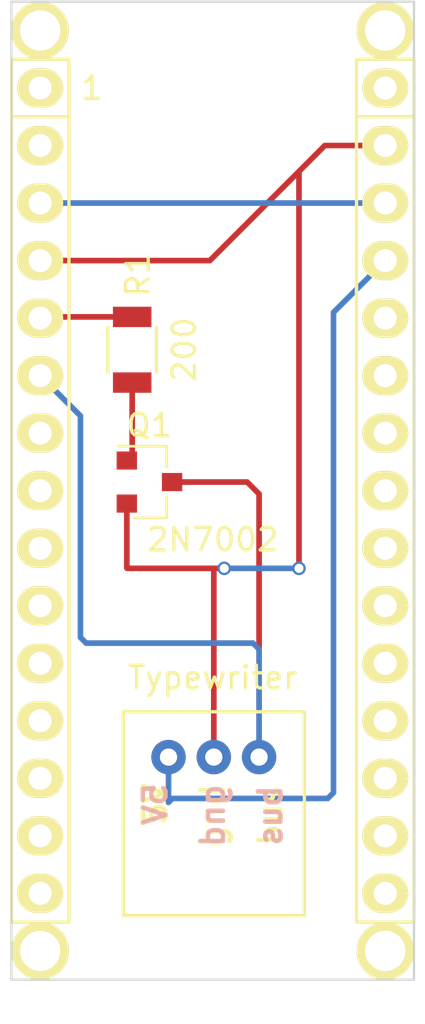
<source format=kicad_pcb>
(kicad_pcb (version 4) (host pcbnew 4.0.5)

  (general
    (links 9)
    (no_connects 0)
    (area 138.125999 67.386999 156.006001 110.667001)
    (thickness 1.6)
    (drawings 26)
    (tracks 35)
    (zones 0)
    (modules 9)
    (nets 34)
  )

  (page A4)
  (title_block
    (date "jeu. 02 avril 2015")
  )

  (layers
    (0 F.Cu signal)
    (31 B.Cu signal)
    (32 B.Adhes user)
    (33 F.Adhes user)
    (34 B.Paste user)
    (35 F.Paste user)
    (36 B.SilkS user)
    (37 F.SilkS user)
    (38 B.Mask user)
    (39 F.Mask user)
    (40 Dwgs.User user)
    (41 Cmts.User user)
    (42 Eco1.User user)
    (43 Eco2.User user)
    (44 Edge.Cuts user)
    (45 Margin user)
    (46 B.CrtYd user)
    (47 F.CrtYd user)
    (48 B.Fab user)
    (49 F.Fab user)
  )

  (setup
    (last_trace_width 0.25)
    (trace_clearance 0.2)
    (zone_clearance 0.508)
    (zone_45_only no)
    (trace_min 0.2)
    (segment_width 0.15)
    (edge_width 0.1)
    (via_size 0.6)
    (via_drill 0.4)
    (via_min_size 0.4)
    (via_min_drill 0.3)
    (uvia_size 0.3)
    (uvia_drill 0.1)
    (uvias_allowed no)
    (uvia_min_size 0.2)
    (uvia_min_drill 0.1)
    (pcb_text_width 0.3)
    (pcb_text_size 1.5 1.5)
    (mod_edge_width 0.15)
    (mod_text_size 1 1)
    (mod_text_width 0.15)
    (pad_size 1.5 1.5)
    (pad_drill 0.6)
    (pad_to_mask_clearance 0)
    (aux_axis_origin 138.176 110.617)
    (visible_elements FFFFFF7F)
    (pcbplotparams
      (layerselection 0x00030_80000001)
      (usegerberextensions false)
      (excludeedgelayer true)
      (linewidth 0.100000)
      (plotframeref false)
      (viasonmask false)
      (mode 1)
      (useauxorigin false)
      (hpglpennumber 1)
      (hpglpenspeed 20)
      (hpglpendiameter 15)
      (hpglpenoverlay 2)
      (psnegative false)
      (psa4output false)
      (plotreference true)
      (plotvalue true)
      (plotinvisibletext false)
      (padsonsilk false)
      (subtractmaskfromsilk false)
      (outputformat 1)
      (mirror false)
      (drillshape 1)
      (scaleselection 1)
      (outputdirectory ""))
  )

  (net 0 "")
  (net 1 "/1(Tx)")
  (net 2 "/0(Rx)")
  (net 3 /Reset)
  (net 4 GND)
  (net 5 /2)
  (net 6 "/3(**)")
  (net 7 /4)
  (net 8 "/5(**)")
  (net 9 "/6(**)")
  (net 10 /7)
  (net 11 /8)
  (net 12 "/9(**)")
  (net 13 "/10(**/SS)")
  (net 14 "/11(**/MISO)")
  (net 15 "/12(MOSI)")
  (net 16 /Vin)
  (net 17 +5V)
  (net 18 /A7)
  (net 19 /A6)
  (net 20 /A5)
  (net 21 /A4)
  (net 22 /A3)
  (net 23 /A2)
  (net 24 /A1)
  (net 25 /A0)
  (net 26 /AREF)
  (net 27 "/13(SCK)")
  (net 28 "Net-(P3-Pad1)")
  (net 29 "Net-(P4-Pad1)")
  (net 30 "Net-(P5-Pad1)")
  (net 31 "Net-(P6-Pad1)")
  (net 32 +3V3)
  (net 33 "Net-(Q1-Pad1)")

  (net_class Default "This is the default net class."
    (clearance 0.2)
    (trace_width 0.25)
    (via_dia 0.6)
    (via_drill 0.4)
    (uvia_dia 0.3)
    (uvia_drill 0.1)
    (add_net +3V3)
    (add_net +5V)
    (add_net "/0(Rx)")
    (add_net "/1(Tx)")
    (add_net "/10(**/SS)")
    (add_net "/11(**/MISO)")
    (add_net "/12(MOSI)")
    (add_net "/13(SCK)")
    (add_net /2)
    (add_net "/3(**)")
    (add_net /4)
    (add_net "/5(**)")
    (add_net "/6(**)")
    (add_net /7)
    (add_net /8)
    (add_net "/9(**)")
    (add_net /A0)
    (add_net /A1)
    (add_net /A2)
    (add_net /A3)
    (add_net /A4)
    (add_net /A5)
    (add_net /A6)
    (add_net /A7)
    (add_net /AREF)
    (add_net /Reset)
    (add_net /Vin)
    (add_net GND)
    (add_net "Net-(P3-Pad1)")
    (add_net "Net-(P4-Pad1)")
    (add_net "Net-(P5-Pad1)")
    (add_net "Net-(P6-Pad1)")
    (add_net "Net-(Q1-Pad1)")
  )

  (module Socket_Arduino_Nano:Socket_Strip_Arduino_1x15 locked (layer F.Cu) (tedit 587C78EF) (tstamp 551FC9D0)
    (at 139.446 71.247 270)
    (descr "Through hole socket strip")
    (tags "socket strip")
    (path /56D73FAC)
    (fp_text reference P1 (at 16.383 -2.54 270) (layer F.SilkS) hide
      (effects (font (size 1 1) (thickness 0.15)))
    )
    (fp_text value Digital (at 20.193 -2.54 270) (layer F.Fab)
      (effects (font (size 1 1) (thickness 0.15)))
    )
    (fp_line (start 1.27 -1.27) (end -1.27 -1.27) (layer F.SilkS) (width 0.15))
    (fp_line (start -1.27 -1.27) (end -1.27 1.27) (layer F.SilkS) (width 0.15))
    (fp_line (start -1.27 1.27) (end 1.27 1.27) (layer F.SilkS) (width 0.15))
    (fp_line (start -1.75 -1.75) (end -1.75 1.75) (layer F.CrtYd) (width 0.05))
    (fp_line (start 37.35 -1.75) (end 37.35 1.75) (layer F.CrtYd) (width 0.05))
    (fp_line (start -1.75 -1.75) (end 37.35 -1.75) (layer F.CrtYd) (width 0.05))
    (fp_line (start -1.75 1.75) (end 37.35 1.75) (layer F.CrtYd) (width 0.05))
    (fp_line (start 1.27 -1.27) (end 36.83 -1.27) (layer F.SilkS) (width 0.15))
    (fp_line (start 36.83 -1.27) (end 36.83 1.27) (layer F.SilkS) (width 0.15))
    (fp_line (start 36.83 1.27) (end 1.27 1.27) (layer F.SilkS) (width 0.15))
    (fp_line (start 1.27 1.27) (end 1.27 -1.27) (layer F.SilkS) (width 0.15))
    (pad 1 thru_hole oval (at 0 0 270) (size 1.7272 2.032) (drill 1.016) (layers *.Cu *.Mask F.SilkS)
      (net 1 "/1(Tx)"))
    (pad 2 thru_hole oval (at 2.54 0 270) (size 1.7272 2.032) (drill 1.016) (layers *.Cu *.Mask F.SilkS)
      (net 2 "/0(Rx)"))
    (pad 3 thru_hole oval (at 5.08 0 270) (size 1.7272 2.032) (drill 1.016) (layers *.Cu *.Mask F.SilkS)
      (net 3 /Reset))
    (pad 4 thru_hole oval (at 7.62 0 270) (size 1.7272 2.032) (drill 1.016) (layers *.Cu *.Mask F.SilkS)
      (net 4 GND))
    (pad 5 thru_hole oval (at 10.16 0 270) (size 1.7272 2.032) (drill 1.016) (layers *.Cu *.Mask F.SilkS)
      (net 5 /2))
    (pad 6 thru_hole oval (at 12.7 0 270) (size 1.7272 2.032) (drill 1.016) (layers *.Cu *.Mask F.SilkS)
      (net 6 "/3(**)"))
    (pad 7 thru_hole oval (at 15.24 0 270) (size 1.7272 2.032) (drill 1.016) (layers *.Cu *.Mask F.SilkS)
      (net 7 /4))
    (pad 8 thru_hole oval (at 17.78 0 270) (size 1.7272 2.032) (drill 1.016) (layers *.Cu *.Mask F.SilkS)
      (net 8 "/5(**)"))
    (pad 9 thru_hole oval (at 20.32 0 270) (size 1.7272 2.032) (drill 1.016) (layers *.Cu *.Mask F.SilkS)
      (net 9 "/6(**)"))
    (pad 10 thru_hole oval (at 22.86 0 270) (size 1.7272 2.032) (drill 1.016) (layers *.Cu *.Mask F.SilkS)
      (net 10 /7))
    (pad 11 thru_hole oval (at 25.4 0 270) (size 1.7272 2.032) (drill 1.016) (layers *.Cu *.Mask F.SilkS)
      (net 11 /8))
    (pad 12 thru_hole oval (at 27.94 0 270) (size 1.7272 2.032) (drill 1.016) (layers *.Cu *.Mask F.SilkS)
      (net 12 "/9(**)"))
    (pad 13 thru_hole oval (at 30.48 0 270) (size 1.7272 2.032) (drill 1.016) (layers *.Cu *.Mask F.SilkS)
      (net 13 "/10(**/SS)"))
    (pad 14 thru_hole oval (at 33.02 0 270) (size 1.7272 2.032) (drill 1.016) (layers *.Cu *.Mask F.SilkS)
      (net 14 "/11(**/MISO)"))
    (pad 15 thru_hole oval (at 35.56 0 270) (size 1.7272 2.032) (drill 1.016) (layers *.Cu *.Mask F.SilkS)
      (net 15 "/12(MOSI)"))
    (model ${KIPRJMOD}/Socket_Arduino_Nano.3dshapes/Socket_header_Arduino_1x15.wrl
      (at (xyz 0.7 0 0))
      (scale (xyz 1 1 1))
      (rotate (xyz 0 0 180))
    )
  )

  (module Socket_Arduino_Nano:Socket_Strip_Arduino_1x15 locked (layer F.Cu) (tedit 587C78EA) (tstamp 551FC9EE)
    (at 154.686 71.247 270)
    (descr "Through hole socket strip")
    (tags "socket strip")
    (path /56D740C7)
    (fp_text reference P2 (at 16.383 2.54 270) (layer F.SilkS) hide
      (effects (font (size 1 1) (thickness 0.15)))
    )
    (fp_text value Analog (at 20.193 2.54 270) (layer F.Fab)
      (effects (font (size 1 1) (thickness 0.15)))
    )
    (fp_line (start 1.27 -1.27) (end -1.27 -1.27) (layer F.SilkS) (width 0.15))
    (fp_line (start -1.27 -1.27) (end -1.27 1.27) (layer F.SilkS) (width 0.15))
    (fp_line (start -1.27 1.27) (end 1.27 1.27) (layer F.SilkS) (width 0.15))
    (fp_line (start -1.75 -1.75) (end -1.75 1.75) (layer F.CrtYd) (width 0.05))
    (fp_line (start 37.35 -1.75) (end 37.35 1.75) (layer F.CrtYd) (width 0.05))
    (fp_line (start -1.75 -1.75) (end 37.35 -1.75) (layer F.CrtYd) (width 0.05))
    (fp_line (start -1.75 1.75) (end 37.35 1.75) (layer F.CrtYd) (width 0.05))
    (fp_line (start 1.27 -1.27) (end 36.83 -1.27) (layer F.SilkS) (width 0.15))
    (fp_line (start 36.83 -1.27) (end 36.83 1.27) (layer F.SilkS) (width 0.15))
    (fp_line (start 36.83 1.27) (end 1.27 1.27) (layer F.SilkS) (width 0.15))
    (fp_line (start 1.27 1.27) (end 1.27 -1.27) (layer F.SilkS) (width 0.15))
    (pad 1 thru_hole oval (at 0 0 270) (size 1.7272 2.032) (drill 1.016) (layers *.Cu *.Mask F.SilkS)
      (net 16 /Vin))
    (pad 2 thru_hole oval (at 2.54 0 270) (size 1.7272 2.032) (drill 1.016) (layers *.Cu *.Mask F.SilkS)
      (net 4 GND))
    (pad 3 thru_hole oval (at 5.08 0 270) (size 1.7272 2.032) (drill 1.016) (layers *.Cu *.Mask F.SilkS)
      (net 3 /Reset))
    (pad 4 thru_hole oval (at 7.62 0 270) (size 1.7272 2.032) (drill 1.016) (layers *.Cu *.Mask F.SilkS)
      (net 17 +5V))
    (pad 5 thru_hole oval (at 10.16 0 270) (size 1.7272 2.032) (drill 1.016) (layers *.Cu *.Mask F.SilkS)
      (net 18 /A7))
    (pad 6 thru_hole oval (at 12.7 0 270) (size 1.7272 2.032) (drill 1.016) (layers *.Cu *.Mask F.SilkS)
      (net 19 /A6))
    (pad 7 thru_hole oval (at 15.24 0 270) (size 1.7272 2.032) (drill 1.016) (layers *.Cu *.Mask F.SilkS)
      (net 20 /A5))
    (pad 8 thru_hole oval (at 17.78 0 270) (size 1.7272 2.032) (drill 1.016) (layers *.Cu *.Mask F.SilkS)
      (net 21 /A4))
    (pad 9 thru_hole oval (at 20.32 0 270) (size 1.7272 2.032) (drill 1.016) (layers *.Cu *.Mask F.SilkS)
      (net 22 /A3))
    (pad 10 thru_hole oval (at 22.86 0 270) (size 1.7272 2.032) (drill 1.016) (layers *.Cu *.Mask F.SilkS)
      (net 23 /A2))
    (pad 11 thru_hole oval (at 25.4 0 270) (size 1.7272 2.032) (drill 1.016) (layers *.Cu *.Mask F.SilkS)
      (net 24 /A1))
    (pad 12 thru_hole oval (at 27.94 0 270) (size 1.7272 2.032) (drill 1.016) (layers *.Cu *.Mask F.SilkS)
      (net 25 /A0))
    (pad 13 thru_hole oval (at 30.48 0 270) (size 1.7272 2.032) (drill 1.016) (layers *.Cu *.Mask F.SilkS)
      (net 26 /AREF))
    (pad 14 thru_hole oval (at 33.02 0 270) (size 1.7272 2.032) (drill 1.016) (layers *.Cu *.Mask F.SilkS)
      (net 32 +3V3))
    (pad 15 thru_hole oval (at 35.56 0 270) (size 1.7272 2.032) (drill 1.016) (layers *.Cu *.Mask F.SilkS)
      (net 27 "/13(SCK)"))
    (model ${KIPRJMOD}/Socket_Arduino_Nano.3dshapes/Socket_header_Arduino_1x15.wrl
      (at (xyz 0.7 0 0))
      (scale (xyz 1 1 1))
      (rotate (xyz 0 0 180))
    )
  )

  (module Socket_Arduino_Nano:1pin_Nano locked (layer F.Cu) (tedit 5521156E) (tstamp 55211553)
    (at 139.446 68.707)
    (descr "module 1 pin (ou trou mecanique de percage)")
    (tags DEV)
    (path /56D73ADD)
    (fp_text reference P3 (at 0 -2.032) (layer F.SilkS) hide
      (effects (font (size 1 1) (thickness 0.15)))
    )
    (fp_text value CONN_01X01 (at 0 2.032) (layer F.Fab) hide
      (effects (font (size 1 1) (thickness 0.15)))
    )
    (pad 1 thru_hole circle (at 0 0) (size 2.54 2.54) (drill 1.778) (layers *.Cu *.Mask F.SilkS)
      (net 28 "Net-(P3-Pad1)"))
  )

  (module Socket_Arduino_Nano:1pin_Nano locked (layer F.Cu) (tedit 55211594) (tstamp 55211558)
    (at 139.446 109.347)
    (descr "module 1 pin (ou trou mecanique de percage)")
    (tags DEV)
    (path /56D73D86)
    (fp_text reference P4 (at 0 -2.032) (layer F.SilkS) hide
      (effects (font (size 1 1) (thickness 0.15)))
    )
    (fp_text value CONN_01X01 (at 0 2.032) (layer F.Fab) hide
      (effects (font (size 1 1) (thickness 0.15)))
    )
    (pad 1 thru_hole circle (at 0 0) (size 2.54 2.54) (drill 1.778) (layers *.Cu *.Mask F.SilkS)
      (net 29 "Net-(P4-Pad1)"))
  )

  (module Socket_Arduino_Nano:1pin_Nano locked (layer F.Cu) (tedit 552115A5) (tstamp 5521155D)
    (at 154.686 109.347)
    (descr "module 1 pin (ou trou mecanique de percage)")
    (tags DEV)
    (path /56D73DAE)
    (fp_text reference P5 (at 0 -2.032) (layer F.SilkS) hide
      (effects (font (size 1 1) (thickness 0.15)))
    )
    (fp_text value CONN_01X01 (at 0 2.032) (layer F.Fab) hide
      (effects (font (size 1 1) (thickness 0.15)))
    )
    (pad 1 thru_hole circle (at 0 0) (size 2.54 2.54) (drill 1.778) (layers *.Cu *.Mask F.SilkS)
      (net 30 "Net-(P5-Pad1)"))
  )

  (module Socket_Arduino_Nano:1pin_Nano locked (layer F.Cu) (tedit 552115BD) (tstamp 55211562)
    (at 154.686 68.707)
    (descr "module 1 pin (ou trou mecanique de percage)")
    (tags DEV)
    (path /56D73DD9)
    (fp_text reference P6 (at 0 -2.032) (layer F.SilkS) hide
      (effects (font (size 1 1) (thickness 0.15)))
    )
    (fp_text value CONN_01X01 (at 0 2.032) (layer F.Fab) hide
      (effects (font (size 1 1) (thickness 0.15)))
    )
    (pad 1 thru_hole circle (at 0 0) (size 2.54 2.54) (drill 1.778) (layers *.Cu *.Mask F.SilkS)
      (net 31 "Net-(P6-Pad1)"))
  )

  (module TO_SOT_Packages_SMD:SOT-23 (layer F.Cu) (tedit 587C78CA) (tstamp 587C61C8)
    (at 144.272 88.646)
    (descr "SOT-23, Standard")
    (tags SOT-23)
    (path /587C5F16)
    (attr smd)
    (fp_text reference Q1 (at 0 -2.5) (layer F.SilkS)
      (effects (font (size 1 1) (thickness 0.15)))
    )
    (fp_text value 2N7002 (at 2.794 2.54) (layer F.SilkS)
      (effects (font (size 1 1) (thickness 0.15)))
    )
    (fp_line (start 0.76 1.58) (end 0.76 0.65) (layer F.SilkS) (width 0.12))
    (fp_line (start 0.76 -1.58) (end 0.76 -0.65) (layer F.SilkS) (width 0.12))
    (fp_line (start 0.7 -1.52) (end 0.7 1.52) (layer F.Fab) (width 0.15))
    (fp_line (start -0.7 1.52) (end 0.7 1.52) (layer F.Fab) (width 0.15))
    (fp_line (start -1.7 -1.75) (end 1.7 -1.75) (layer F.CrtYd) (width 0.05))
    (fp_line (start 1.7 -1.75) (end 1.7 1.75) (layer F.CrtYd) (width 0.05))
    (fp_line (start 1.7 1.75) (end -1.7 1.75) (layer F.CrtYd) (width 0.05))
    (fp_line (start -1.7 1.75) (end -1.7 -1.75) (layer F.CrtYd) (width 0.05))
    (fp_line (start 0.76 -1.58) (end -1.4 -1.58) (layer F.SilkS) (width 0.12))
    (fp_line (start -0.7 -1.52) (end 0.7 -1.52) (layer F.Fab) (width 0.15))
    (fp_line (start -0.7 -1.52) (end -0.7 1.52) (layer F.Fab) (width 0.15))
    (fp_line (start 0.76 1.58) (end -0.7 1.58) (layer F.SilkS) (width 0.12))
    (pad 1 smd rect (at -1 -0.95) (size 0.9 0.8) (layers F.Cu F.Paste F.Mask)
      (net 33 "Net-(Q1-Pad1)"))
    (pad 2 smd rect (at -1 0.95) (size 0.9 0.8) (layers F.Cu F.Paste F.Mask)
      (net 4 GND))
    (pad 3 smd rect (at 1 0) (size 0.9 0.8) (layers F.Cu F.Paste F.Mask)
      (net 6 "/3(**)"))
    (model TO_SOT_Packages_SMD.3dshapes/SOT-23.wrl
      (at (xyz 0 0 0))
      (scale (xyz 1 1 1))
      (rotate (xyz 0 0 90))
    )
  )

  (module Resistors_SMD:R_1206 (layer F.Cu) (tedit 587C78DB) (tstamp 587C621B)
    (at 143.51 82.804 90)
    (descr "Resistor SMD 1206, reflow soldering, Vishay (see dcrcw.pdf)")
    (tags "resistor 1206")
    (path /587C5F8F)
    (attr smd)
    (fp_text reference R1 (at 3.302 0.254 90) (layer F.SilkS)
      (effects (font (size 1 1) (thickness 0.15)))
    )
    (fp_text value 200 (at 0 2.3 90) (layer F.SilkS)
      (effects (font (size 1 1) (thickness 0.15)))
    )
    (fp_line (start -1.6 0.8) (end -1.6 -0.8) (layer F.Fab) (width 0.1))
    (fp_line (start 1.6 0.8) (end -1.6 0.8) (layer F.Fab) (width 0.1))
    (fp_line (start 1.6 -0.8) (end 1.6 0.8) (layer F.Fab) (width 0.1))
    (fp_line (start -1.6 -0.8) (end 1.6 -0.8) (layer F.Fab) (width 0.1))
    (fp_line (start -2.2 -1.2) (end 2.2 -1.2) (layer F.CrtYd) (width 0.05))
    (fp_line (start -2.2 1.2) (end 2.2 1.2) (layer F.CrtYd) (width 0.05))
    (fp_line (start -2.2 -1.2) (end -2.2 1.2) (layer F.CrtYd) (width 0.05))
    (fp_line (start 2.2 -1.2) (end 2.2 1.2) (layer F.CrtYd) (width 0.05))
    (fp_line (start 1 1.075) (end -1 1.075) (layer F.SilkS) (width 0.15))
    (fp_line (start -1 -1.075) (end 1 -1.075) (layer F.SilkS) (width 0.15))
    (pad 1 smd rect (at -1.45 0 90) (size 0.9 1.7) (layers F.Cu F.Paste F.Mask)
      (net 33 "Net-(Q1-Pad1)"))
    (pad 2 smd rect (at 1.45 0 90) (size 0.9 1.7) (layers F.Cu F.Paste F.Mask)
      (net 5 /2))
    (model Resistors_SMD.3dshapes/R_1206.wrl
      (at (xyz 0 0 0))
      (scale (xyz 1 1 1))
      (rotate (xyz 0 0 0))
    )
  )

  (module JST_Connector:ph-connectorJST1x3 (layer F.Cu) (tedit 587C78BE) (tstamp 587C7286)
    (at 150.114 97.79)
    (path /587C7729)
    (fp_text reference U1 (at 0 0.5) (layer F.SilkS) hide
      (effects (font (size 1 1) (thickness 0.15)))
    )
    (fp_text value Typewriter (at -3.048 -0.508) (layer F.SilkS)
      (effects (font (size 1 1) (thickness 0.15)))
    )
    (fp_line (start -7 1) (end -7 10) (layer F.SilkS) (width 0.15))
    (fp_line (start 1 10) (end -7 10) (layer F.SilkS) (width 0.15))
    (fp_line (start 1 1) (end 1 10) (layer F.SilkS) (width 0.15))
    (fp_line (start -7 1) (end 1 1) (layer F.SilkS) (width 0.15))
    (pad 1 thru_hole circle (at -5 3) (size 1.524 1.524) (drill 0.762) (layers *.Cu *.Mask)
      (net 17 +5V))
    (pad 2 thru_hole circle (at -3 3) (size 1.524 1.524) (drill 0.762) (layers *.Cu *.Mask)
      (net 4 GND))
    (pad 3 thru_hole circle (at -1 3) (size 1.524 1.524) (drill 0.762) (layers *.Cu *.Mask)
      (net 6 "/3(**)"))
  )

  (gr_text bus (at 149.606 103.378 90) (layer B.SilkS)
    (effects (font (size 1 1) (thickness 0.2)) (justify mirror))
  )
  (gr_text "gnd\n" (at 147.066 103.378 90) (layer B.SilkS)
    (effects (font (size 1 1) (thickness 0.2)) (justify mirror))
  )
  (gr_text 5V (at 144.526 102.87 90) (layer B.SilkS)
    (effects (font (size 1 1) (thickness 0.2)) (justify mirror))
  )
  (gr_text bus (at 149.606 103.378 90) (layer F.SilkS)
    (effects (font (size 1 1) (thickness 0.2)))
  )
  (gr_text "gnd\n" (at 147.066 103.378 90) (layer F.SilkS)
    (effects (font (size 1 1) (thickness 0.2)))
  )
  (gr_text 5V (at 144.526 102.87 90) (layer F.SilkS)
    (effects (font (size 1 1) (thickness 0.2)))
  )
  (gr_text 1 (at 141.732 71.247) (layer F.SilkS)
    (effects (font (size 1 1) (thickness 0.15)))
  )
  (gr_line (start 150.622 112.522) (end 150.622 110.617) (angle 90) (layer Dwgs.User) (width 0.15))
  (gr_line (start 150.622 102.997) (end 150.622 110.617) (angle 90) (layer Dwgs.User) (width 0.15))
  (gr_line (start 143.51 102.997) (end 150.622 102.997) (angle 90) (layer Dwgs.User) (width 0.15))
  (gr_line (start 143.51 110.617) (end 143.51 102.997) (angle 90) (layer Dwgs.User) (width 0.15))
  (gr_line (start 143.51 112.522) (end 150.622 112.522) (angle 90) (layer Dwgs.User) (width 0.15))
  (gr_line (start 143.51 110.617) (end 143.51 112.522) (angle 90) (layer Dwgs.User) (width 0.15))
  (gr_line (start 145.542 87.757) (end 145.542 85.217) (angle 90) (layer Dwgs.User) (width 0.15))
  (gr_line (start 149.479 87.757) (end 145.542 87.757) (angle 90) (layer Dwgs.User) (width 0.15))
  (gr_line (start 149.479 85.217) (end 149.479 87.757) (angle 90) (layer Dwgs.User) (width 0.15))
  (gr_line (start 145.542 85.217) (end 149.479 85.217) (angle 90) (layer Dwgs.User) (width 0.15))
  (gr_circle (center 147.574 86.487) (end 146.812 86.487) (layer Dwgs.User) (width 0.15))
  (gr_line (start 150.876 67.437) (end 143.256 67.437) (angle 90) (layer Dwgs.User) (width 0.15))
  (gr_line (start 150.876 72.517) (end 150.876 67.437) (angle 90) (layer Dwgs.User) (width 0.15))
  (gr_line (start 143.256 72.517) (end 150.876 72.517) (angle 90) (layer Dwgs.User) (width 0.15))
  (gr_line (start 143.256 67.437) (end 143.256 72.517) (angle 90) (layer Dwgs.User) (width 0.15))
  (gr_line (start 138.176 67.437) (end 138.176 110.617) (angle 90) (layer Edge.Cuts) (width 0.1))
  (gr_line (start 155.956 67.437) (end 138.176 67.437) (angle 90) (layer Edge.Cuts) (width 0.1))
  (gr_line (start 155.956 110.617) (end 155.956 67.437) (angle 90) (layer Edge.Cuts) (width 0.1))
  (gr_line (start 138.176 110.617) (end 155.956 110.617) (angle 90) (layer Edge.Cuts) (width 0.1))

  (segment (start 154.686 76.327) (end 139.446 76.327) (width 0.25) (layer B.Cu) (net 3))
  (segment (start 147.114 100.79) (end 147.114 92.456) (width 0.25) (layer F.Cu) (net 4))
  (segment (start 147.114 92.456) (end 147.066 92.456) (width 0.25) (layer F.Cu) (net 4) (tstamp 587C7731))
  (segment (start 139.446 78.867) (end 146.939 78.867) (width 0.25) (layer F.Cu) (net 4))
  (segment (start 146.939 78.867) (end 150.876 74.93) (width 0.25) (layer F.Cu) (net 4) (tstamp 587C6474))
  (segment (start 143.272 89.596) (end 143.272 92.44) (width 0.25) (layer F.Cu) (net 4))
  (via (at 150.876 92.456) (size 0.6) (drill 0.4) (layers F.Cu B.Cu) (net 4))
  (segment (start 147.574 92.456) (end 149.098 92.456) (width 0.25) (layer B.Cu) (net 4) (tstamp 587C6426))
  (segment (start 149.098 92.456) (end 150.876 92.456) (width 0.25) (layer B.Cu) (net 4) (tstamp 587C7641))
  (via (at 147.574 92.456) (size 0.6) (drill 0.4) (layers F.Cu B.Cu) (net 4))
  (segment (start 143.288 92.456) (end 147.066 92.456) (width 0.25) (layer F.Cu) (net 4) (tstamp 587C6421))
  (segment (start 147.066 92.456) (end 147.574 92.456) (width 0.25) (layer F.Cu) (net 4) (tstamp 587C7739))
  (segment (start 143.272 92.44) (end 143.288 92.456) (width 0.25) (layer F.Cu) (net 4) (tstamp 587C6418))
  (segment (start 152.019 73.787) (end 154.686 73.787) (width 0.25) (layer F.Cu) (net 4) (tstamp 587C63B8))
  (segment (start 150.876 74.93) (end 152.019 73.787) (width 0.25) (layer F.Cu) (net 4) (tstamp 587C63B1))
  (segment (start 150.876 92.456) (end 150.876 74.93) (width 0.25) (layer F.Cu) (net 4) (tstamp 587C642F))
  (segment (start 143.51 81.354) (end 139.499 81.354) (width 0.25) (layer F.Cu) (net 5))
  (segment (start 139.499 81.354) (end 139.446 81.407) (width 0.25) (layer F.Cu) (net 5) (tstamp 587C627C))
  (segment (start 145.272 88.646) (end 148.59 88.646) (width 0.25) (layer F.Cu) (net 6) (status 400000))
  (segment (start 149.114 89.17) (end 149.114 100.79) (width 0.25) (layer F.Cu) (net 6) (tstamp 587C783B) (status 800000))
  (segment (start 148.59 88.646) (end 149.114 89.17) (width 0.25) (layer F.Cu) (net 6) (tstamp 587C7837))
  (segment (start 149.114 100.79) (end 149.114 96.028) (width 0.25) (layer B.Cu) (net 6))
  (segment (start 141.224 85.725) (end 139.446 83.947) (width 0.25) (layer B.Cu) (net 6) (tstamp 587C7722))
  (segment (start 141.224 95.504) (end 141.224 85.725) (width 0.25) (layer B.Cu) (net 6) (tstamp 587C771E))
  (segment (start 141.478 95.758) (end 141.224 95.504) (width 0.25) (layer B.Cu) (net 6) (tstamp 587C771C))
  (segment (start 148.844 95.758) (end 141.478 95.758) (width 0.25) (layer B.Cu) (net 6) (tstamp 587C7718))
  (segment (start 149.114 96.028) (end 148.844 95.758) (width 0.25) (layer B.Cu) (net 6) (tstamp 587C7715))
  (segment (start 145.114 100.79) (end 145.114 102.79) (width 0.25) (layer B.Cu) (net 17))
  (segment (start 152.4 81.153) (end 154.686 78.867) (width 0.25) (layer B.Cu) (net 17) (tstamp 587C761A))
  (segment (start 152.4 102.362) (end 152.4 81.153) (width 0.25) (layer B.Cu) (net 17) (tstamp 587C7612))
  (segment (start 152.146 102.616) (end 152.4 102.362) (width 0.25) (layer B.Cu) (net 17) (tstamp 587C7610))
  (segment (start 145.288 102.616) (end 152.146 102.616) (width 0.25) (layer B.Cu) (net 17) (tstamp 587C760D))
  (segment (start 145.114 102.79) (end 145.288 102.616) (width 0.25) (layer B.Cu) (net 17) (tstamp 587C760C))
  (segment (start 143.51 84.254) (end 143.51 87.458) (width 0.25) (layer F.Cu) (net 33))
  (segment (start 143.51 87.458) (end 143.272 87.696) (width 0.25) (layer F.Cu) (net 33) (tstamp 587C6293))

)

</source>
